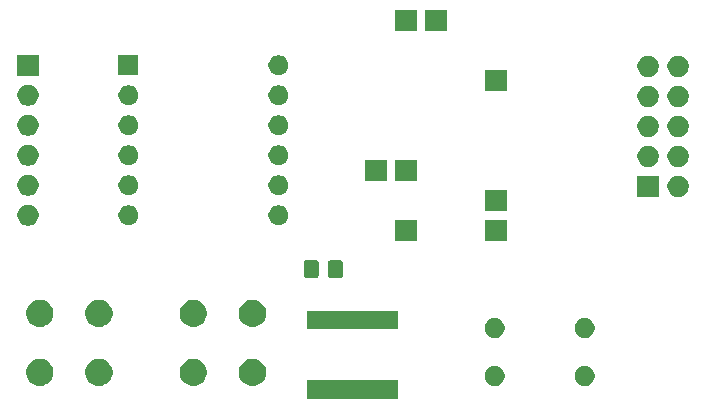
<source format=gbr>
G04 #@! TF.GenerationSoftware,KiCad,Pcbnew,(5.1.5)-3*
G04 #@! TF.CreationDate,2020-02-17T19:36:34-06:00*
G04 #@! TF.ProjectId,ledgrid_programmer,6c656467-7269-4645-9f70-726f6772616d,rev?*
G04 #@! TF.SameCoordinates,Original*
G04 #@! TF.FileFunction,Soldermask,Top*
G04 #@! TF.FilePolarity,Negative*
%FSLAX46Y46*%
G04 Gerber Fmt 4.6, Leading zero omitted, Abs format (unit mm)*
G04 Created by KiCad (PCBNEW (5.1.5)-3) date 2020-02-17 19:36:34*
%MOMM*%
%LPD*%
G04 APERTURE LIST*
%ADD10C,0.100000*%
G04 APERTURE END LIST*
D10*
G36*
X111101000Y-108226500D02*
G01*
X103399000Y-108226500D01*
X103399000Y-106649500D01*
X111101000Y-106649500D01*
X111101000Y-108226500D01*
G37*
G36*
X119498228Y-105481703D02*
G01*
X119653100Y-105545853D01*
X119792481Y-105638985D01*
X119911015Y-105757519D01*
X120004147Y-105896900D01*
X120068297Y-106051772D01*
X120101000Y-106216184D01*
X120101000Y-106383816D01*
X120068297Y-106548228D01*
X120004147Y-106703100D01*
X119911015Y-106842481D01*
X119792481Y-106961015D01*
X119653100Y-107054147D01*
X119498228Y-107118297D01*
X119333816Y-107151000D01*
X119166184Y-107151000D01*
X119001772Y-107118297D01*
X118846900Y-107054147D01*
X118707519Y-106961015D01*
X118588985Y-106842481D01*
X118495853Y-106703100D01*
X118431703Y-106548228D01*
X118399000Y-106383816D01*
X118399000Y-106216184D01*
X118431703Y-106051772D01*
X118495853Y-105896900D01*
X118588985Y-105757519D01*
X118707519Y-105638985D01*
X118846900Y-105545853D01*
X119001772Y-105481703D01*
X119166184Y-105449000D01*
X119333816Y-105449000D01*
X119498228Y-105481703D01*
G37*
G36*
X98974549Y-104871116D02*
G01*
X99085734Y-104893232D01*
X99295203Y-104979997D01*
X99483720Y-105105960D01*
X99644040Y-105266280D01*
X99770003Y-105454797D01*
X99856768Y-105664266D01*
X99901000Y-105886636D01*
X99901000Y-106113364D01*
X99856768Y-106335734D01*
X99770003Y-106545203D01*
X99644040Y-106733720D01*
X99483720Y-106894040D01*
X99295203Y-107020003D01*
X99085734Y-107106768D01*
X98974549Y-107128884D01*
X98863365Y-107151000D01*
X98636635Y-107151000D01*
X98525451Y-107128884D01*
X98414266Y-107106768D01*
X98204797Y-107020003D01*
X98016280Y-106894040D01*
X97855960Y-106733720D01*
X97729997Y-106545203D01*
X97643232Y-106335734D01*
X97599000Y-106113364D01*
X97599000Y-105886636D01*
X97643232Y-105664266D01*
X97729997Y-105454797D01*
X97855960Y-105266280D01*
X98016280Y-105105960D01*
X98204797Y-104979997D01*
X98414266Y-104893232D01*
X98525451Y-104871116D01*
X98636635Y-104849000D01*
X98863365Y-104849000D01*
X98974549Y-104871116D01*
G37*
G36*
X93974549Y-104871116D02*
G01*
X94085734Y-104893232D01*
X94295203Y-104979997D01*
X94483720Y-105105960D01*
X94644040Y-105266280D01*
X94770003Y-105454797D01*
X94856768Y-105664266D01*
X94901000Y-105886636D01*
X94901000Y-106113364D01*
X94856768Y-106335734D01*
X94770003Y-106545203D01*
X94644040Y-106733720D01*
X94483720Y-106894040D01*
X94295203Y-107020003D01*
X94085734Y-107106768D01*
X93974549Y-107128884D01*
X93863365Y-107151000D01*
X93636635Y-107151000D01*
X93525451Y-107128884D01*
X93414266Y-107106768D01*
X93204797Y-107020003D01*
X93016280Y-106894040D01*
X92855960Y-106733720D01*
X92729997Y-106545203D01*
X92643232Y-106335734D01*
X92599000Y-106113364D01*
X92599000Y-105886636D01*
X92643232Y-105664266D01*
X92729997Y-105454797D01*
X92855960Y-105266280D01*
X93016280Y-105105960D01*
X93204797Y-104979997D01*
X93414266Y-104893232D01*
X93525451Y-104871116D01*
X93636635Y-104849000D01*
X93863365Y-104849000D01*
X93974549Y-104871116D01*
G37*
G36*
X80974549Y-104871116D02*
G01*
X81085734Y-104893232D01*
X81295203Y-104979997D01*
X81483720Y-105105960D01*
X81644040Y-105266280D01*
X81770003Y-105454797D01*
X81856768Y-105664266D01*
X81901000Y-105886636D01*
X81901000Y-106113364D01*
X81856768Y-106335734D01*
X81770003Y-106545203D01*
X81644040Y-106733720D01*
X81483720Y-106894040D01*
X81295203Y-107020003D01*
X81085734Y-107106768D01*
X80974549Y-107128884D01*
X80863365Y-107151000D01*
X80636635Y-107151000D01*
X80525451Y-107128884D01*
X80414266Y-107106768D01*
X80204797Y-107020003D01*
X80016280Y-106894040D01*
X79855960Y-106733720D01*
X79729997Y-106545203D01*
X79643232Y-106335734D01*
X79599000Y-106113364D01*
X79599000Y-105886636D01*
X79643232Y-105664266D01*
X79729997Y-105454797D01*
X79855960Y-105266280D01*
X80016280Y-105105960D01*
X80204797Y-104979997D01*
X80414266Y-104893232D01*
X80525451Y-104871116D01*
X80636635Y-104849000D01*
X80863365Y-104849000D01*
X80974549Y-104871116D01*
G37*
G36*
X127118228Y-105481703D02*
G01*
X127273100Y-105545853D01*
X127412481Y-105638985D01*
X127531015Y-105757519D01*
X127624147Y-105896900D01*
X127688297Y-106051772D01*
X127721000Y-106216184D01*
X127721000Y-106383816D01*
X127688297Y-106548228D01*
X127624147Y-106703100D01*
X127531015Y-106842481D01*
X127412481Y-106961015D01*
X127273100Y-107054147D01*
X127118228Y-107118297D01*
X126953816Y-107151000D01*
X126786184Y-107151000D01*
X126621772Y-107118297D01*
X126466900Y-107054147D01*
X126327519Y-106961015D01*
X126208985Y-106842481D01*
X126115853Y-106703100D01*
X126051703Y-106548228D01*
X126019000Y-106383816D01*
X126019000Y-106216184D01*
X126051703Y-106051772D01*
X126115853Y-105896900D01*
X126208985Y-105757519D01*
X126327519Y-105638985D01*
X126466900Y-105545853D01*
X126621772Y-105481703D01*
X126786184Y-105449000D01*
X126953816Y-105449000D01*
X127118228Y-105481703D01*
G37*
G36*
X85974549Y-104871116D02*
G01*
X86085734Y-104893232D01*
X86295203Y-104979997D01*
X86483720Y-105105960D01*
X86644040Y-105266280D01*
X86770003Y-105454797D01*
X86856768Y-105664266D01*
X86901000Y-105886636D01*
X86901000Y-106113364D01*
X86856768Y-106335734D01*
X86770003Y-106545203D01*
X86644040Y-106733720D01*
X86483720Y-106894040D01*
X86295203Y-107020003D01*
X86085734Y-107106768D01*
X85974549Y-107128884D01*
X85863365Y-107151000D01*
X85636635Y-107151000D01*
X85525451Y-107128884D01*
X85414266Y-107106768D01*
X85204797Y-107020003D01*
X85016280Y-106894040D01*
X84855960Y-106733720D01*
X84729997Y-106545203D01*
X84643232Y-106335734D01*
X84599000Y-106113364D01*
X84599000Y-105886636D01*
X84643232Y-105664266D01*
X84729997Y-105454797D01*
X84855960Y-105266280D01*
X85016280Y-105105960D01*
X85204797Y-104979997D01*
X85414266Y-104893232D01*
X85525451Y-104871116D01*
X85636635Y-104849000D01*
X85863365Y-104849000D01*
X85974549Y-104871116D01*
G37*
G36*
X119498228Y-101431703D02*
G01*
X119653100Y-101495853D01*
X119792481Y-101588985D01*
X119911015Y-101707519D01*
X120004147Y-101846900D01*
X120068297Y-102001772D01*
X120101000Y-102166184D01*
X120101000Y-102333816D01*
X120068297Y-102498228D01*
X120004147Y-102653100D01*
X119911015Y-102792481D01*
X119792481Y-102911015D01*
X119653100Y-103004147D01*
X119498228Y-103068297D01*
X119333816Y-103101000D01*
X119166184Y-103101000D01*
X119001772Y-103068297D01*
X118846900Y-103004147D01*
X118707519Y-102911015D01*
X118588985Y-102792481D01*
X118495853Y-102653100D01*
X118431703Y-102498228D01*
X118399000Y-102333816D01*
X118399000Y-102166184D01*
X118431703Y-102001772D01*
X118495853Y-101846900D01*
X118588985Y-101707519D01*
X118707519Y-101588985D01*
X118846900Y-101495853D01*
X119001772Y-101431703D01*
X119166184Y-101399000D01*
X119333816Y-101399000D01*
X119498228Y-101431703D01*
G37*
G36*
X127118228Y-101431703D02*
G01*
X127273100Y-101495853D01*
X127412481Y-101588985D01*
X127531015Y-101707519D01*
X127624147Y-101846900D01*
X127688297Y-102001772D01*
X127721000Y-102166184D01*
X127721000Y-102333816D01*
X127688297Y-102498228D01*
X127624147Y-102653100D01*
X127531015Y-102792481D01*
X127412481Y-102911015D01*
X127273100Y-103004147D01*
X127118228Y-103068297D01*
X126953816Y-103101000D01*
X126786184Y-103101000D01*
X126621772Y-103068297D01*
X126466900Y-103004147D01*
X126327519Y-102911015D01*
X126208985Y-102792481D01*
X126115853Y-102653100D01*
X126051703Y-102498228D01*
X126019000Y-102333816D01*
X126019000Y-102166184D01*
X126051703Y-102001772D01*
X126115853Y-101846900D01*
X126208985Y-101707519D01*
X126327519Y-101588985D01*
X126466900Y-101495853D01*
X126621772Y-101431703D01*
X126786184Y-101399000D01*
X126953816Y-101399000D01*
X127118228Y-101431703D01*
G37*
G36*
X111101000Y-102350500D02*
G01*
X103399000Y-102350500D01*
X103399000Y-100773500D01*
X111101000Y-100773500D01*
X111101000Y-102350500D01*
G37*
G36*
X98974549Y-99871116D02*
G01*
X99085734Y-99893232D01*
X99295203Y-99979997D01*
X99483720Y-100105960D01*
X99644040Y-100266280D01*
X99770003Y-100454797D01*
X99856768Y-100664266D01*
X99901000Y-100886636D01*
X99901000Y-101113364D01*
X99856768Y-101335734D01*
X99770003Y-101545203D01*
X99644040Y-101733720D01*
X99483720Y-101894040D01*
X99295203Y-102020003D01*
X99085734Y-102106768D01*
X98974549Y-102128884D01*
X98863365Y-102151000D01*
X98636635Y-102151000D01*
X98525451Y-102128884D01*
X98414266Y-102106768D01*
X98204797Y-102020003D01*
X98016280Y-101894040D01*
X97855960Y-101733720D01*
X97729997Y-101545203D01*
X97643232Y-101335734D01*
X97599000Y-101113364D01*
X97599000Y-100886636D01*
X97643232Y-100664266D01*
X97729997Y-100454797D01*
X97855960Y-100266280D01*
X98016280Y-100105960D01*
X98204797Y-99979997D01*
X98414266Y-99893232D01*
X98525451Y-99871116D01*
X98636635Y-99849000D01*
X98863365Y-99849000D01*
X98974549Y-99871116D01*
G37*
G36*
X80974549Y-99871116D02*
G01*
X81085734Y-99893232D01*
X81295203Y-99979997D01*
X81483720Y-100105960D01*
X81644040Y-100266280D01*
X81770003Y-100454797D01*
X81856768Y-100664266D01*
X81901000Y-100886636D01*
X81901000Y-101113364D01*
X81856768Y-101335734D01*
X81770003Y-101545203D01*
X81644040Y-101733720D01*
X81483720Y-101894040D01*
X81295203Y-102020003D01*
X81085734Y-102106768D01*
X80974549Y-102128884D01*
X80863365Y-102151000D01*
X80636635Y-102151000D01*
X80525451Y-102128884D01*
X80414266Y-102106768D01*
X80204797Y-102020003D01*
X80016280Y-101894040D01*
X79855960Y-101733720D01*
X79729997Y-101545203D01*
X79643232Y-101335734D01*
X79599000Y-101113364D01*
X79599000Y-100886636D01*
X79643232Y-100664266D01*
X79729997Y-100454797D01*
X79855960Y-100266280D01*
X80016280Y-100105960D01*
X80204797Y-99979997D01*
X80414266Y-99893232D01*
X80525451Y-99871116D01*
X80636635Y-99849000D01*
X80863365Y-99849000D01*
X80974549Y-99871116D01*
G37*
G36*
X85974549Y-99871116D02*
G01*
X86085734Y-99893232D01*
X86295203Y-99979997D01*
X86483720Y-100105960D01*
X86644040Y-100266280D01*
X86770003Y-100454797D01*
X86856768Y-100664266D01*
X86901000Y-100886636D01*
X86901000Y-101113364D01*
X86856768Y-101335734D01*
X86770003Y-101545203D01*
X86644040Y-101733720D01*
X86483720Y-101894040D01*
X86295203Y-102020003D01*
X86085734Y-102106768D01*
X85974549Y-102128884D01*
X85863365Y-102151000D01*
X85636635Y-102151000D01*
X85525451Y-102128884D01*
X85414266Y-102106768D01*
X85204797Y-102020003D01*
X85016280Y-101894040D01*
X84855960Y-101733720D01*
X84729997Y-101545203D01*
X84643232Y-101335734D01*
X84599000Y-101113364D01*
X84599000Y-100886636D01*
X84643232Y-100664266D01*
X84729997Y-100454797D01*
X84855960Y-100266280D01*
X85016280Y-100105960D01*
X85204797Y-99979997D01*
X85414266Y-99893232D01*
X85525451Y-99871116D01*
X85636635Y-99849000D01*
X85863365Y-99849000D01*
X85974549Y-99871116D01*
G37*
G36*
X93974549Y-99871116D02*
G01*
X94085734Y-99893232D01*
X94295203Y-99979997D01*
X94483720Y-100105960D01*
X94644040Y-100266280D01*
X94770003Y-100454797D01*
X94856768Y-100664266D01*
X94901000Y-100886636D01*
X94901000Y-101113364D01*
X94856768Y-101335734D01*
X94770003Y-101545203D01*
X94644040Y-101733720D01*
X94483720Y-101894040D01*
X94295203Y-102020003D01*
X94085734Y-102106768D01*
X93974549Y-102128884D01*
X93863365Y-102151000D01*
X93636635Y-102151000D01*
X93525451Y-102128884D01*
X93414266Y-102106768D01*
X93204797Y-102020003D01*
X93016280Y-101894040D01*
X92855960Y-101733720D01*
X92729997Y-101545203D01*
X92643232Y-101335734D01*
X92599000Y-101113364D01*
X92599000Y-100886636D01*
X92643232Y-100664266D01*
X92729997Y-100454797D01*
X92855960Y-100266280D01*
X93016280Y-100105960D01*
X93204797Y-99979997D01*
X93414266Y-99893232D01*
X93525451Y-99871116D01*
X93636635Y-99849000D01*
X93863365Y-99849000D01*
X93974549Y-99871116D01*
G37*
G36*
X106238674Y-96503465D02*
G01*
X106276367Y-96514899D01*
X106311103Y-96533466D01*
X106341548Y-96558452D01*
X106366534Y-96588897D01*
X106385101Y-96623633D01*
X106396535Y-96661326D01*
X106401000Y-96706661D01*
X106401000Y-97793339D01*
X106396535Y-97838674D01*
X106385101Y-97876367D01*
X106366534Y-97911103D01*
X106341548Y-97941548D01*
X106311103Y-97966534D01*
X106276367Y-97985101D01*
X106238674Y-97996535D01*
X106193339Y-98001000D01*
X105356661Y-98001000D01*
X105311326Y-97996535D01*
X105273633Y-97985101D01*
X105238897Y-97966534D01*
X105208452Y-97941548D01*
X105183466Y-97911103D01*
X105164899Y-97876367D01*
X105153465Y-97838674D01*
X105149000Y-97793339D01*
X105149000Y-96706661D01*
X105153465Y-96661326D01*
X105164899Y-96623633D01*
X105183466Y-96588897D01*
X105208452Y-96558452D01*
X105238897Y-96533466D01*
X105273633Y-96514899D01*
X105311326Y-96503465D01*
X105356661Y-96499000D01*
X106193339Y-96499000D01*
X106238674Y-96503465D01*
G37*
G36*
X104188674Y-96503465D02*
G01*
X104226367Y-96514899D01*
X104261103Y-96533466D01*
X104291548Y-96558452D01*
X104316534Y-96588897D01*
X104335101Y-96623633D01*
X104346535Y-96661326D01*
X104351000Y-96706661D01*
X104351000Y-97793339D01*
X104346535Y-97838674D01*
X104335101Y-97876367D01*
X104316534Y-97911103D01*
X104291548Y-97941548D01*
X104261103Y-97966534D01*
X104226367Y-97985101D01*
X104188674Y-97996535D01*
X104143339Y-98001000D01*
X103306661Y-98001000D01*
X103261326Y-97996535D01*
X103223633Y-97985101D01*
X103188897Y-97966534D01*
X103158452Y-97941548D01*
X103133466Y-97911103D01*
X103114899Y-97876367D01*
X103103465Y-97838674D01*
X103099000Y-97793339D01*
X103099000Y-96706661D01*
X103103465Y-96661326D01*
X103114899Y-96623633D01*
X103133466Y-96588897D01*
X103158452Y-96558452D01*
X103188897Y-96533466D01*
X103223633Y-96514899D01*
X103261326Y-96503465D01*
X103306661Y-96499000D01*
X104143339Y-96499000D01*
X104188674Y-96503465D01*
G37*
G36*
X120281000Y-94881000D02*
G01*
X118479000Y-94881000D01*
X118479000Y-93079000D01*
X120281000Y-93079000D01*
X120281000Y-94881000D01*
G37*
G36*
X112661000Y-94881000D02*
G01*
X110859000Y-94881000D01*
X110859000Y-93079000D01*
X112661000Y-93079000D01*
X112661000Y-94881000D01*
G37*
G36*
X79863512Y-91803927D02*
G01*
X80012812Y-91833624D01*
X80176784Y-91901544D01*
X80324354Y-92000147D01*
X80449853Y-92125646D01*
X80548456Y-92273216D01*
X80616376Y-92437188D01*
X80651000Y-92611259D01*
X80651000Y-92788741D01*
X80616376Y-92962812D01*
X80548456Y-93126784D01*
X80449853Y-93274354D01*
X80324354Y-93399853D01*
X80176784Y-93498456D01*
X80012812Y-93566376D01*
X79863512Y-93596073D01*
X79838742Y-93601000D01*
X79661258Y-93601000D01*
X79636488Y-93596073D01*
X79487188Y-93566376D01*
X79323216Y-93498456D01*
X79175646Y-93399853D01*
X79050147Y-93274354D01*
X78951544Y-93126784D01*
X78883624Y-92962812D01*
X78849000Y-92788741D01*
X78849000Y-92611259D01*
X78883624Y-92437188D01*
X78951544Y-92273216D01*
X79050147Y-92125646D01*
X79175646Y-92000147D01*
X79323216Y-91901544D01*
X79487188Y-91833624D01*
X79636488Y-91803927D01*
X79661258Y-91799000D01*
X79838742Y-91799000D01*
X79863512Y-91803927D01*
G37*
G36*
X88498228Y-91881703D02*
G01*
X88653100Y-91945853D01*
X88792481Y-92038985D01*
X88911015Y-92157519D01*
X89004147Y-92296900D01*
X89068297Y-92451772D01*
X89101000Y-92616184D01*
X89101000Y-92783816D01*
X89068297Y-92948228D01*
X89004147Y-93103100D01*
X88911015Y-93242481D01*
X88792481Y-93361015D01*
X88653100Y-93454147D01*
X88498228Y-93518297D01*
X88333816Y-93551000D01*
X88166184Y-93551000D01*
X88001772Y-93518297D01*
X87846900Y-93454147D01*
X87707519Y-93361015D01*
X87588985Y-93242481D01*
X87495853Y-93103100D01*
X87431703Y-92948228D01*
X87399000Y-92783816D01*
X87399000Y-92616184D01*
X87431703Y-92451772D01*
X87495853Y-92296900D01*
X87588985Y-92157519D01*
X87707519Y-92038985D01*
X87846900Y-91945853D01*
X88001772Y-91881703D01*
X88166184Y-91849000D01*
X88333816Y-91849000D01*
X88498228Y-91881703D01*
G37*
G36*
X101198228Y-91881703D02*
G01*
X101353100Y-91945853D01*
X101492481Y-92038985D01*
X101611015Y-92157519D01*
X101704147Y-92296900D01*
X101768297Y-92451772D01*
X101801000Y-92616184D01*
X101801000Y-92783816D01*
X101768297Y-92948228D01*
X101704147Y-93103100D01*
X101611015Y-93242481D01*
X101492481Y-93361015D01*
X101353100Y-93454147D01*
X101198228Y-93518297D01*
X101033816Y-93551000D01*
X100866184Y-93551000D01*
X100701772Y-93518297D01*
X100546900Y-93454147D01*
X100407519Y-93361015D01*
X100288985Y-93242481D01*
X100195853Y-93103100D01*
X100131703Y-92948228D01*
X100099000Y-92783816D01*
X100099000Y-92616184D01*
X100131703Y-92451772D01*
X100195853Y-92296900D01*
X100288985Y-92157519D01*
X100407519Y-92038985D01*
X100546900Y-91945853D01*
X100701772Y-91881703D01*
X100866184Y-91849000D01*
X101033816Y-91849000D01*
X101198228Y-91881703D01*
G37*
G36*
X120281000Y-92341000D02*
G01*
X118479000Y-92341000D01*
X118479000Y-90539000D01*
X120281000Y-90539000D01*
X120281000Y-92341000D01*
G37*
G36*
X134903512Y-89353927D02*
G01*
X135052812Y-89383624D01*
X135216784Y-89451544D01*
X135364354Y-89550147D01*
X135489853Y-89675646D01*
X135588456Y-89823216D01*
X135656376Y-89987188D01*
X135691000Y-90161259D01*
X135691000Y-90338741D01*
X135656376Y-90512812D01*
X135588456Y-90676784D01*
X135489853Y-90824354D01*
X135364354Y-90949853D01*
X135216784Y-91048456D01*
X135052812Y-91116376D01*
X134903512Y-91146073D01*
X134878742Y-91151000D01*
X134701258Y-91151000D01*
X134676488Y-91146073D01*
X134527188Y-91116376D01*
X134363216Y-91048456D01*
X134215646Y-90949853D01*
X134090147Y-90824354D01*
X133991544Y-90676784D01*
X133923624Y-90512812D01*
X133889000Y-90338741D01*
X133889000Y-90161259D01*
X133923624Y-89987188D01*
X133991544Y-89823216D01*
X134090147Y-89675646D01*
X134215646Y-89550147D01*
X134363216Y-89451544D01*
X134527188Y-89383624D01*
X134676488Y-89353927D01*
X134701258Y-89349000D01*
X134878742Y-89349000D01*
X134903512Y-89353927D01*
G37*
G36*
X133151000Y-91151000D02*
G01*
X131349000Y-91151000D01*
X131349000Y-89349000D01*
X133151000Y-89349000D01*
X133151000Y-91151000D01*
G37*
G36*
X79863512Y-89263927D02*
G01*
X80012812Y-89293624D01*
X80176784Y-89361544D01*
X80324354Y-89460147D01*
X80449853Y-89585646D01*
X80548456Y-89733216D01*
X80616376Y-89897188D01*
X80651000Y-90071259D01*
X80651000Y-90248741D01*
X80616376Y-90422812D01*
X80548456Y-90586784D01*
X80449853Y-90734354D01*
X80324354Y-90859853D01*
X80176784Y-90958456D01*
X80012812Y-91026376D01*
X79863512Y-91056073D01*
X79838742Y-91061000D01*
X79661258Y-91061000D01*
X79636488Y-91056073D01*
X79487188Y-91026376D01*
X79323216Y-90958456D01*
X79175646Y-90859853D01*
X79050147Y-90734354D01*
X78951544Y-90586784D01*
X78883624Y-90422812D01*
X78849000Y-90248741D01*
X78849000Y-90071259D01*
X78883624Y-89897188D01*
X78951544Y-89733216D01*
X79050147Y-89585646D01*
X79175646Y-89460147D01*
X79323216Y-89361544D01*
X79487188Y-89293624D01*
X79636488Y-89263927D01*
X79661258Y-89259000D01*
X79838742Y-89259000D01*
X79863512Y-89263927D01*
G37*
G36*
X101198228Y-89341703D02*
G01*
X101353100Y-89405853D01*
X101492481Y-89498985D01*
X101611015Y-89617519D01*
X101704147Y-89756900D01*
X101768297Y-89911772D01*
X101801000Y-90076184D01*
X101801000Y-90243816D01*
X101768297Y-90408228D01*
X101704147Y-90563100D01*
X101611015Y-90702481D01*
X101492481Y-90821015D01*
X101353100Y-90914147D01*
X101198228Y-90978297D01*
X101033816Y-91011000D01*
X100866184Y-91011000D01*
X100701772Y-90978297D01*
X100546900Y-90914147D01*
X100407519Y-90821015D01*
X100288985Y-90702481D01*
X100195853Y-90563100D01*
X100131703Y-90408228D01*
X100099000Y-90243816D01*
X100099000Y-90076184D01*
X100131703Y-89911772D01*
X100195853Y-89756900D01*
X100288985Y-89617519D01*
X100407519Y-89498985D01*
X100546900Y-89405853D01*
X100701772Y-89341703D01*
X100866184Y-89309000D01*
X101033816Y-89309000D01*
X101198228Y-89341703D01*
G37*
G36*
X88498228Y-89341703D02*
G01*
X88653100Y-89405853D01*
X88792481Y-89498985D01*
X88911015Y-89617519D01*
X89004147Y-89756900D01*
X89068297Y-89911772D01*
X89101000Y-90076184D01*
X89101000Y-90243816D01*
X89068297Y-90408228D01*
X89004147Y-90563100D01*
X88911015Y-90702481D01*
X88792481Y-90821015D01*
X88653100Y-90914147D01*
X88498228Y-90978297D01*
X88333816Y-91011000D01*
X88166184Y-91011000D01*
X88001772Y-90978297D01*
X87846900Y-90914147D01*
X87707519Y-90821015D01*
X87588985Y-90702481D01*
X87495853Y-90563100D01*
X87431703Y-90408228D01*
X87399000Y-90243816D01*
X87399000Y-90076184D01*
X87431703Y-89911772D01*
X87495853Y-89756900D01*
X87588985Y-89617519D01*
X87707519Y-89498985D01*
X87846900Y-89405853D01*
X88001772Y-89341703D01*
X88166184Y-89309000D01*
X88333816Y-89309000D01*
X88498228Y-89341703D01*
G37*
G36*
X110121000Y-89801000D02*
G01*
X108319000Y-89801000D01*
X108319000Y-87999000D01*
X110121000Y-87999000D01*
X110121000Y-89801000D01*
G37*
G36*
X112661000Y-89801000D02*
G01*
X110859000Y-89801000D01*
X110859000Y-87999000D01*
X112661000Y-87999000D01*
X112661000Y-89801000D01*
G37*
G36*
X134903512Y-86813927D02*
G01*
X135052812Y-86843624D01*
X135216784Y-86911544D01*
X135364354Y-87010147D01*
X135489853Y-87135646D01*
X135588456Y-87283216D01*
X135656376Y-87447188D01*
X135691000Y-87621259D01*
X135691000Y-87798741D01*
X135656376Y-87972812D01*
X135588456Y-88136784D01*
X135489853Y-88284354D01*
X135364354Y-88409853D01*
X135216784Y-88508456D01*
X135052812Y-88576376D01*
X134903512Y-88606073D01*
X134878742Y-88611000D01*
X134701258Y-88611000D01*
X134676488Y-88606073D01*
X134527188Y-88576376D01*
X134363216Y-88508456D01*
X134215646Y-88409853D01*
X134090147Y-88284354D01*
X133991544Y-88136784D01*
X133923624Y-87972812D01*
X133889000Y-87798741D01*
X133889000Y-87621259D01*
X133923624Y-87447188D01*
X133991544Y-87283216D01*
X134090147Y-87135646D01*
X134215646Y-87010147D01*
X134363216Y-86911544D01*
X134527188Y-86843624D01*
X134676488Y-86813927D01*
X134701258Y-86809000D01*
X134878742Y-86809000D01*
X134903512Y-86813927D01*
G37*
G36*
X132363512Y-86813927D02*
G01*
X132512812Y-86843624D01*
X132676784Y-86911544D01*
X132824354Y-87010147D01*
X132949853Y-87135646D01*
X133048456Y-87283216D01*
X133116376Y-87447188D01*
X133151000Y-87621259D01*
X133151000Y-87798741D01*
X133116376Y-87972812D01*
X133048456Y-88136784D01*
X132949853Y-88284354D01*
X132824354Y-88409853D01*
X132676784Y-88508456D01*
X132512812Y-88576376D01*
X132363512Y-88606073D01*
X132338742Y-88611000D01*
X132161258Y-88611000D01*
X132136488Y-88606073D01*
X131987188Y-88576376D01*
X131823216Y-88508456D01*
X131675646Y-88409853D01*
X131550147Y-88284354D01*
X131451544Y-88136784D01*
X131383624Y-87972812D01*
X131349000Y-87798741D01*
X131349000Y-87621259D01*
X131383624Y-87447188D01*
X131451544Y-87283216D01*
X131550147Y-87135646D01*
X131675646Y-87010147D01*
X131823216Y-86911544D01*
X131987188Y-86843624D01*
X132136488Y-86813927D01*
X132161258Y-86809000D01*
X132338742Y-86809000D01*
X132363512Y-86813927D01*
G37*
G36*
X79863512Y-86723927D02*
G01*
X80012812Y-86753624D01*
X80176784Y-86821544D01*
X80324354Y-86920147D01*
X80449853Y-87045646D01*
X80548456Y-87193216D01*
X80616376Y-87357188D01*
X80651000Y-87531259D01*
X80651000Y-87708741D01*
X80616376Y-87882812D01*
X80548456Y-88046784D01*
X80449853Y-88194354D01*
X80324354Y-88319853D01*
X80176784Y-88418456D01*
X80012812Y-88486376D01*
X79863512Y-88516073D01*
X79838742Y-88521000D01*
X79661258Y-88521000D01*
X79636488Y-88516073D01*
X79487188Y-88486376D01*
X79323216Y-88418456D01*
X79175646Y-88319853D01*
X79050147Y-88194354D01*
X78951544Y-88046784D01*
X78883624Y-87882812D01*
X78849000Y-87708741D01*
X78849000Y-87531259D01*
X78883624Y-87357188D01*
X78951544Y-87193216D01*
X79050147Y-87045646D01*
X79175646Y-86920147D01*
X79323216Y-86821544D01*
X79487188Y-86753624D01*
X79636488Y-86723927D01*
X79661258Y-86719000D01*
X79838742Y-86719000D01*
X79863512Y-86723927D01*
G37*
G36*
X101198228Y-86801703D02*
G01*
X101353100Y-86865853D01*
X101492481Y-86958985D01*
X101611015Y-87077519D01*
X101704147Y-87216900D01*
X101768297Y-87371772D01*
X101801000Y-87536184D01*
X101801000Y-87703816D01*
X101768297Y-87868228D01*
X101704147Y-88023100D01*
X101611015Y-88162481D01*
X101492481Y-88281015D01*
X101353100Y-88374147D01*
X101198228Y-88438297D01*
X101033816Y-88471000D01*
X100866184Y-88471000D01*
X100701772Y-88438297D01*
X100546900Y-88374147D01*
X100407519Y-88281015D01*
X100288985Y-88162481D01*
X100195853Y-88023100D01*
X100131703Y-87868228D01*
X100099000Y-87703816D01*
X100099000Y-87536184D01*
X100131703Y-87371772D01*
X100195853Y-87216900D01*
X100288985Y-87077519D01*
X100407519Y-86958985D01*
X100546900Y-86865853D01*
X100701772Y-86801703D01*
X100866184Y-86769000D01*
X101033816Y-86769000D01*
X101198228Y-86801703D01*
G37*
G36*
X88498228Y-86801703D02*
G01*
X88653100Y-86865853D01*
X88792481Y-86958985D01*
X88911015Y-87077519D01*
X89004147Y-87216900D01*
X89068297Y-87371772D01*
X89101000Y-87536184D01*
X89101000Y-87703816D01*
X89068297Y-87868228D01*
X89004147Y-88023100D01*
X88911015Y-88162481D01*
X88792481Y-88281015D01*
X88653100Y-88374147D01*
X88498228Y-88438297D01*
X88333816Y-88471000D01*
X88166184Y-88471000D01*
X88001772Y-88438297D01*
X87846900Y-88374147D01*
X87707519Y-88281015D01*
X87588985Y-88162481D01*
X87495853Y-88023100D01*
X87431703Y-87868228D01*
X87399000Y-87703816D01*
X87399000Y-87536184D01*
X87431703Y-87371772D01*
X87495853Y-87216900D01*
X87588985Y-87077519D01*
X87707519Y-86958985D01*
X87846900Y-86865853D01*
X88001772Y-86801703D01*
X88166184Y-86769000D01*
X88333816Y-86769000D01*
X88498228Y-86801703D01*
G37*
G36*
X134903512Y-84273927D02*
G01*
X135052812Y-84303624D01*
X135216784Y-84371544D01*
X135364354Y-84470147D01*
X135489853Y-84595646D01*
X135588456Y-84743216D01*
X135656376Y-84907188D01*
X135691000Y-85081259D01*
X135691000Y-85258741D01*
X135656376Y-85432812D01*
X135588456Y-85596784D01*
X135489853Y-85744354D01*
X135364354Y-85869853D01*
X135216784Y-85968456D01*
X135052812Y-86036376D01*
X134903512Y-86066073D01*
X134878742Y-86071000D01*
X134701258Y-86071000D01*
X134676488Y-86066073D01*
X134527188Y-86036376D01*
X134363216Y-85968456D01*
X134215646Y-85869853D01*
X134090147Y-85744354D01*
X133991544Y-85596784D01*
X133923624Y-85432812D01*
X133889000Y-85258741D01*
X133889000Y-85081259D01*
X133923624Y-84907188D01*
X133991544Y-84743216D01*
X134090147Y-84595646D01*
X134215646Y-84470147D01*
X134363216Y-84371544D01*
X134527188Y-84303624D01*
X134676488Y-84273927D01*
X134701258Y-84269000D01*
X134878742Y-84269000D01*
X134903512Y-84273927D01*
G37*
G36*
X132363512Y-84273927D02*
G01*
X132512812Y-84303624D01*
X132676784Y-84371544D01*
X132824354Y-84470147D01*
X132949853Y-84595646D01*
X133048456Y-84743216D01*
X133116376Y-84907188D01*
X133151000Y-85081259D01*
X133151000Y-85258741D01*
X133116376Y-85432812D01*
X133048456Y-85596784D01*
X132949853Y-85744354D01*
X132824354Y-85869853D01*
X132676784Y-85968456D01*
X132512812Y-86036376D01*
X132363512Y-86066073D01*
X132338742Y-86071000D01*
X132161258Y-86071000D01*
X132136488Y-86066073D01*
X131987188Y-86036376D01*
X131823216Y-85968456D01*
X131675646Y-85869853D01*
X131550147Y-85744354D01*
X131451544Y-85596784D01*
X131383624Y-85432812D01*
X131349000Y-85258741D01*
X131349000Y-85081259D01*
X131383624Y-84907188D01*
X131451544Y-84743216D01*
X131550147Y-84595646D01*
X131675646Y-84470147D01*
X131823216Y-84371544D01*
X131987188Y-84303624D01*
X132136488Y-84273927D01*
X132161258Y-84269000D01*
X132338742Y-84269000D01*
X132363512Y-84273927D01*
G37*
G36*
X79863512Y-84183927D02*
G01*
X80012812Y-84213624D01*
X80176784Y-84281544D01*
X80324354Y-84380147D01*
X80449853Y-84505646D01*
X80548456Y-84653216D01*
X80616376Y-84817188D01*
X80651000Y-84991259D01*
X80651000Y-85168741D01*
X80616376Y-85342812D01*
X80548456Y-85506784D01*
X80449853Y-85654354D01*
X80324354Y-85779853D01*
X80176784Y-85878456D01*
X80012812Y-85946376D01*
X79863512Y-85976073D01*
X79838742Y-85981000D01*
X79661258Y-85981000D01*
X79636488Y-85976073D01*
X79487188Y-85946376D01*
X79323216Y-85878456D01*
X79175646Y-85779853D01*
X79050147Y-85654354D01*
X78951544Y-85506784D01*
X78883624Y-85342812D01*
X78849000Y-85168741D01*
X78849000Y-84991259D01*
X78883624Y-84817188D01*
X78951544Y-84653216D01*
X79050147Y-84505646D01*
X79175646Y-84380147D01*
X79323216Y-84281544D01*
X79487188Y-84213624D01*
X79636488Y-84183927D01*
X79661258Y-84179000D01*
X79838742Y-84179000D01*
X79863512Y-84183927D01*
G37*
G36*
X88498228Y-84261703D02*
G01*
X88653100Y-84325853D01*
X88792481Y-84418985D01*
X88911015Y-84537519D01*
X89004147Y-84676900D01*
X89068297Y-84831772D01*
X89101000Y-84996184D01*
X89101000Y-85163816D01*
X89068297Y-85328228D01*
X89004147Y-85483100D01*
X88911015Y-85622481D01*
X88792481Y-85741015D01*
X88653100Y-85834147D01*
X88498228Y-85898297D01*
X88333816Y-85931000D01*
X88166184Y-85931000D01*
X88001772Y-85898297D01*
X87846900Y-85834147D01*
X87707519Y-85741015D01*
X87588985Y-85622481D01*
X87495853Y-85483100D01*
X87431703Y-85328228D01*
X87399000Y-85163816D01*
X87399000Y-84996184D01*
X87431703Y-84831772D01*
X87495853Y-84676900D01*
X87588985Y-84537519D01*
X87707519Y-84418985D01*
X87846900Y-84325853D01*
X88001772Y-84261703D01*
X88166184Y-84229000D01*
X88333816Y-84229000D01*
X88498228Y-84261703D01*
G37*
G36*
X101198228Y-84261703D02*
G01*
X101353100Y-84325853D01*
X101492481Y-84418985D01*
X101611015Y-84537519D01*
X101704147Y-84676900D01*
X101768297Y-84831772D01*
X101801000Y-84996184D01*
X101801000Y-85163816D01*
X101768297Y-85328228D01*
X101704147Y-85483100D01*
X101611015Y-85622481D01*
X101492481Y-85741015D01*
X101353100Y-85834147D01*
X101198228Y-85898297D01*
X101033816Y-85931000D01*
X100866184Y-85931000D01*
X100701772Y-85898297D01*
X100546900Y-85834147D01*
X100407519Y-85741015D01*
X100288985Y-85622481D01*
X100195853Y-85483100D01*
X100131703Y-85328228D01*
X100099000Y-85163816D01*
X100099000Y-84996184D01*
X100131703Y-84831772D01*
X100195853Y-84676900D01*
X100288985Y-84537519D01*
X100407519Y-84418985D01*
X100546900Y-84325853D01*
X100701772Y-84261703D01*
X100866184Y-84229000D01*
X101033816Y-84229000D01*
X101198228Y-84261703D01*
G37*
G36*
X134903512Y-81733927D02*
G01*
X135052812Y-81763624D01*
X135216784Y-81831544D01*
X135364354Y-81930147D01*
X135489853Y-82055646D01*
X135588456Y-82203216D01*
X135656376Y-82367188D01*
X135691000Y-82541259D01*
X135691000Y-82718741D01*
X135656376Y-82892812D01*
X135588456Y-83056784D01*
X135489853Y-83204354D01*
X135364354Y-83329853D01*
X135216784Y-83428456D01*
X135052812Y-83496376D01*
X134903512Y-83526073D01*
X134878742Y-83531000D01*
X134701258Y-83531000D01*
X134676488Y-83526073D01*
X134527188Y-83496376D01*
X134363216Y-83428456D01*
X134215646Y-83329853D01*
X134090147Y-83204354D01*
X133991544Y-83056784D01*
X133923624Y-82892812D01*
X133889000Y-82718741D01*
X133889000Y-82541259D01*
X133923624Y-82367188D01*
X133991544Y-82203216D01*
X134090147Y-82055646D01*
X134215646Y-81930147D01*
X134363216Y-81831544D01*
X134527188Y-81763624D01*
X134676488Y-81733927D01*
X134701258Y-81729000D01*
X134878742Y-81729000D01*
X134903512Y-81733927D01*
G37*
G36*
X132363512Y-81733927D02*
G01*
X132512812Y-81763624D01*
X132676784Y-81831544D01*
X132824354Y-81930147D01*
X132949853Y-82055646D01*
X133048456Y-82203216D01*
X133116376Y-82367188D01*
X133151000Y-82541259D01*
X133151000Y-82718741D01*
X133116376Y-82892812D01*
X133048456Y-83056784D01*
X132949853Y-83204354D01*
X132824354Y-83329853D01*
X132676784Y-83428456D01*
X132512812Y-83496376D01*
X132363512Y-83526073D01*
X132338742Y-83531000D01*
X132161258Y-83531000D01*
X132136488Y-83526073D01*
X131987188Y-83496376D01*
X131823216Y-83428456D01*
X131675646Y-83329853D01*
X131550147Y-83204354D01*
X131451544Y-83056784D01*
X131383624Y-82892812D01*
X131349000Y-82718741D01*
X131349000Y-82541259D01*
X131383624Y-82367188D01*
X131451544Y-82203216D01*
X131550147Y-82055646D01*
X131675646Y-81930147D01*
X131823216Y-81831544D01*
X131987188Y-81763624D01*
X132136488Y-81733927D01*
X132161258Y-81729000D01*
X132338742Y-81729000D01*
X132363512Y-81733927D01*
G37*
G36*
X79863512Y-81643927D02*
G01*
X80012812Y-81673624D01*
X80176784Y-81741544D01*
X80324354Y-81840147D01*
X80449853Y-81965646D01*
X80548456Y-82113216D01*
X80616376Y-82277188D01*
X80651000Y-82451259D01*
X80651000Y-82628741D01*
X80616376Y-82802812D01*
X80548456Y-82966784D01*
X80449853Y-83114354D01*
X80324354Y-83239853D01*
X80176784Y-83338456D01*
X80012812Y-83406376D01*
X79863512Y-83436073D01*
X79838742Y-83441000D01*
X79661258Y-83441000D01*
X79636488Y-83436073D01*
X79487188Y-83406376D01*
X79323216Y-83338456D01*
X79175646Y-83239853D01*
X79050147Y-83114354D01*
X78951544Y-82966784D01*
X78883624Y-82802812D01*
X78849000Y-82628741D01*
X78849000Y-82451259D01*
X78883624Y-82277188D01*
X78951544Y-82113216D01*
X79050147Y-81965646D01*
X79175646Y-81840147D01*
X79323216Y-81741544D01*
X79487188Y-81673624D01*
X79636488Y-81643927D01*
X79661258Y-81639000D01*
X79838742Y-81639000D01*
X79863512Y-81643927D01*
G37*
G36*
X101198228Y-81721703D02*
G01*
X101353100Y-81785853D01*
X101492481Y-81878985D01*
X101611015Y-81997519D01*
X101704147Y-82136900D01*
X101768297Y-82291772D01*
X101801000Y-82456184D01*
X101801000Y-82623816D01*
X101768297Y-82788228D01*
X101704147Y-82943100D01*
X101611015Y-83082481D01*
X101492481Y-83201015D01*
X101353100Y-83294147D01*
X101198228Y-83358297D01*
X101033816Y-83391000D01*
X100866184Y-83391000D01*
X100701772Y-83358297D01*
X100546900Y-83294147D01*
X100407519Y-83201015D01*
X100288985Y-83082481D01*
X100195853Y-82943100D01*
X100131703Y-82788228D01*
X100099000Y-82623816D01*
X100099000Y-82456184D01*
X100131703Y-82291772D01*
X100195853Y-82136900D01*
X100288985Y-81997519D01*
X100407519Y-81878985D01*
X100546900Y-81785853D01*
X100701772Y-81721703D01*
X100866184Y-81689000D01*
X101033816Y-81689000D01*
X101198228Y-81721703D01*
G37*
G36*
X88498228Y-81721703D02*
G01*
X88653100Y-81785853D01*
X88792481Y-81878985D01*
X88911015Y-81997519D01*
X89004147Y-82136900D01*
X89068297Y-82291772D01*
X89101000Y-82456184D01*
X89101000Y-82623816D01*
X89068297Y-82788228D01*
X89004147Y-82943100D01*
X88911015Y-83082481D01*
X88792481Y-83201015D01*
X88653100Y-83294147D01*
X88498228Y-83358297D01*
X88333816Y-83391000D01*
X88166184Y-83391000D01*
X88001772Y-83358297D01*
X87846900Y-83294147D01*
X87707519Y-83201015D01*
X87588985Y-83082481D01*
X87495853Y-82943100D01*
X87431703Y-82788228D01*
X87399000Y-82623816D01*
X87399000Y-82456184D01*
X87431703Y-82291772D01*
X87495853Y-82136900D01*
X87588985Y-81997519D01*
X87707519Y-81878985D01*
X87846900Y-81785853D01*
X88001772Y-81721703D01*
X88166184Y-81689000D01*
X88333816Y-81689000D01*
X88498228Y-81721703D01*
G37*
G36*
X120281000Y-82181000D02*
G01*
X118479000Y-82181000D01*
X118479000Y-80379000D01*
X120281000Y-80379000D01*
X120281000Y-82181000D01*
G37*
G36*
X132363512Y-79193927D02*
G01*
X132512812Y-79223624D01*
X132676784Y-79291544D01*
X132824354Y-79390147D01*
X132949853Y-79515646D01*
X133048456Y-79663216D01*
X133116376Y-79827188D01*
X133151000Y-80001259D01*
X133151000Y-80178741D01*
X133116376Y-80352812D01*
X133048456Y-80516784D01*
X132949853Y-80664354D01*
X132824354Y-80789853D01*
X132676784Y-80888456D01*
X132512812Y-80956376D01*
X132363512Y-80986073D01*
X132338742Y-80991000D01*
X132161258Y-80991000D01*
X132136488Y-80986073D01*
X131987188Y-80956376D01*
X131823216Y-80888456D01*
X131675646Y-80789853D01*
X131550147Y-80664354D01*
X131451544Y-80516784D01*
X131383624Y-80352812D01*
X131349000Y-80178741D01*
X131349000Y-80001259D01*
X131383624Y-79827188D01*
X131451544Y-79663216D01*
X131550147Y-79515646D01*
X131675646Y-79390147D01*
X131823216Y-79291544D01*
X131987188Y-79223624D01*
X132136488Y-79193927D01*
X132161258Y-79189000D01*
X132338742Y-79189000D01*
X132363512Y-79193927D01*
G37*
G36*
X134903512Y-79193927D02*
G01*
X135052812Y-79223624D01*
X135216784Y-79291544D01*
X135364354Y-79390147D01*
X135489853Y-79515646D01*
X135588456Y-79663216D01*
X135656376Y-79827188D01*
X135691000Y-80001259D01*
X135691000Y-80178741D01*
X135656376Y-80352812D01*
X135588456Y-80516784D01*
X135489853Y-80664354D01*
X135364354Y-80789853D01*
X135216784Y-80888456D01*
X135052812Y-80956376D01*
X134903512Y-80986073D01*
X134878742Y-80991000D01*
X134701258Y-80991000D01*
X134676488Y-80986073D01*
X134527188Y-80956376D01*
X134363216Y-80888456D01*
X134215646Y-80789853D01*
X134090147Y-80664354D01*
X133991544Y-80516784D01*
X133923624Y-80352812D01*
X133889000Y-80178741D01*
X133889000Y-80001259D01*
X133923624Y-79827188D01*
X133991544Y-79663216D01*
X134090147Y-79515646D01*
X134215646Y-79390147D01*
X134363216Y-79291544D01*
X134527188Y-79223624D01*
X134676488Y-79193927D01*
X134701258Y-79189000D01*
X134878742Y-79189000D01*
X134903512Y-79193927D01*
G37*
G36*
X80651000Y-80901000D02*
G01*
X78849000Y-80901000D01*
X78849000Y-79099000D01*
X80651000Y-79099000D01*
X80651000Y-80901000D01*
G37*
G36*
X89101000Y-80851000D02*
G01*
X87399000Y-80851000D01*
X87399000Y-79149000D01*
X89101000Y-79149000D01*
X89101000Y-80851000D01*
G37*
G36*
X101198228Y-79181703D02*
G01*
X101353100Y-79245853D01*
X101492481Y-79338985D01*
X101611015Y-79457519D01*
X101704147Y-79596900D01*
X101768297Y-79751772D01*
X101801000Y-79916184D01*
X101801000Y-80083816D01*
X101768297Y-80248228D01*
X101704147Y-80403100D01*
X101611015Y-80542481D01*
X101492481Y-80661015D01*
X101353100Y-80754147D01*
X101198228Y-80818297D01*
X101033816Y-80851000D01*
X100866184Y-80851000D01*
X100701772Y-80818297D01*
X100546900Y-80754147D01*
X100407519Y-80661015D01*
X100288985Y-80542481D01*
X100195853Y-80403100D01*
X100131703Y-80248228D01*
X100099000Y-80083816D01*
X100099000Y-79916184D01*
X100131703Y-79751772D01*
X100195853Y-79596900D01*
X100288985Y-79457519D01*
X100407519Y-79338985D01*
X100546900Y-79245853D01*
X100701772Y-79181703D01*
X100866184Y-79149000D01*
X101033816Y-79149000D01*
X101198228Y-79181703D01*
G37*
G36*
X115201000Y-77101000D02*
G01*
X113399000Y-77101000D01*
X113399000Y-75299000D01*
X115201000Y-75299000D01*
X115201000Y-77101000D01*
G37*
G36*
X112661000Y-77101000D02*
G01*
X110859000Y-77101000D01*
X110859000Y-75299000D01*
X112661000Y-75299000D01*
X112661000Y-77101000D01*
G37*
M02*

</source>
